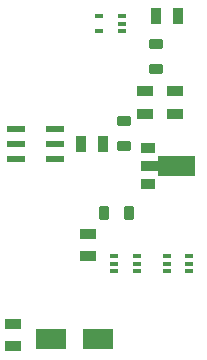
<source format=gbr>
%TF.GenerationSoftware,KiCad,Pcbnew,(5.99.0-6526-g442f40fa66)*%
%TF.CreationDate,2020-10-31T18:39:34+01:00*%
%TF.ProjectId,RFSWITCH01A,52465357-4954-4434-9830-31412e6b6963,rev?*%
%TF.SameCoordinates,Original*%
%TF.FileFunction,Paste,Bot*%
%TF.FilePolarity,Positive*%
%FSLAX46Y46*%
G04 Gerber Fmt 4.6, Leading zero omitted, Abs format (unit mm)*
G04 Created by KiCad (PCBNEW (5.99.0-6526-g442f40fa66)) date 2020-10-31 18:39:34*
%MOMM*%
%LPD*%
G01*
G04 APERTURE LIST*
G04 Aperture macros list*
%AMRoundRect*
0 Rectangle with rounded corners*
0 $1 Rounding radius*
0 $2 $3 $4 $5 $6 $7 $8 $9 X,Y pos of 4 corners*
0 Add a 4 corners polygon primitive as box body*
4,1,4,$2,$3,$4,$5,$6,$7,$8,$9,$2,$3,0*
0 Add four circle primitives for the rounded corners*
1,1,$1+$1,$2,$3,0*
1,1,$1+$1,$4,$5,0*
1,1,$1+$1,$6,$7,0*
1,1,$1+$1,$8,$9,0*
0 Add four rect primitives between the rounded corners*
20,1,$1+$1,$2,$3,$4,$5,0*
20,1,$1+$1,$4,$5,$6,$7,0*
20,1,$1+$1,$6,$7,$8,$9,0*
20,1,$1+$1,$8,$9,$2,$3,0*%
G04 Aperture macros list end*
%ADD10R,2.500000X1.800000*%
%ADD11R,0.650000X0.400000*%
%ADD12R,1.300000X0.900000*%
%ADD13R,1.397000X0.889000*%
%ADD14RoundRect,0.218750X-0.381250X0.218750X-0.381250X-0.218750X0.381250X-0.218750X0.381250X0.218750X0*%
%ADD15R,0.889000X1.397000*%
%ADD16R,1.500000X0.600000*%
%ADD17RoundRect,0.218750X0.218750X0.381250X-0.218750X0.381250X-0.218750X-0.381250X0.218750X-0.381250X0*%
G04 APERTURE END LIST*
D10*
%TO.C,D1*%
X15240000Y10160000D03*
X19240000Y10160000D03*
%TD*%
D11*
%TO.C,U3*%
X20640000Y15860000D03*
X20640000Y16510000D03*
X20640000Y17160000D03*
X22540000Y17160000D03*
X22540000Y16510000D03*
X22540000Y15860000D03*
%TD*%
D12*
%TO.C,U2*%
X23496000Y23265000D03*
G36*
X27446000Y23898500D02*
G01*
X24321000Y23898500D01*
X24321000Y24315000D01*
X22846000Y24315000D01*
X22846000Y25215000D01*
X24321000Y25215000D01*
X24321000Y25631500D01*
X27446000Y25631500D01*
X27446000Y23898500D01*
G37*
X23496000Y26265000D03*
%TD*%
D13*
%TO.C,C1*%
X12065000Y11430000D03*
X12065000Y9525000D03*
%TD*%
D11*
%TO.C,U1*%
X21270000Y37480000D03*
X21270000Y36830000D03*
X21270000Y36180000D03*
X19370000Y36180000D03*
X19370000Y37480000D03*
%TD*%
D13*
%TO.C,C4*%
X23241000Y31115000D03*
X23241000Y29210000D03*
%TD*%
D14*
%TO.C,L2*%
X21463000Y28575000D03*
X21463000Y26450000D03*
%TD*%
D15*
%TO.C,C2*%
X24130000Y37465000D03*
X26035000Y37465000D03*
%TD*%
D14*
%TO.C,L1*%
X24130000Y35145000D03*
X24130000Y33020000D03*
%TD*%
D13*
%TO.C,C6*%
X18415000Y19050000D03*
X18415000Y17145000D03*
%TD*%
D16*
%TO.C,FL1*%
X15620000Y27940000D03*
X15620000Y26670000D03*
X15620000Y25400000D03*
X12320000Y25400000D03*
X12320000Y26670000D03*
X12320000Y27940000D03*
%TD*%
D11*
%TO.C,U4*%
X26985000Y17160000D03*
X26985000Y16510000D03*
X26985000Y15860000D03*
X25085000Y15860000D03*
X25085000Y16510000D03*
X25085000Y17160000D03*
%TD*%
D13*
%TO.C,C3*%
X25781000Y31115000D03*
X25781000Y29210000D03*
%TD*%
D15*
%TO.C,C5*%
X17780000Y26670000D03*
X19685000Y26670000D03*
%TD*%
D17*
%TO.C,L3*%
X21890500Y20828000D03*
X19765500Y20828000D03*
%TD*%
M02*

</source>
